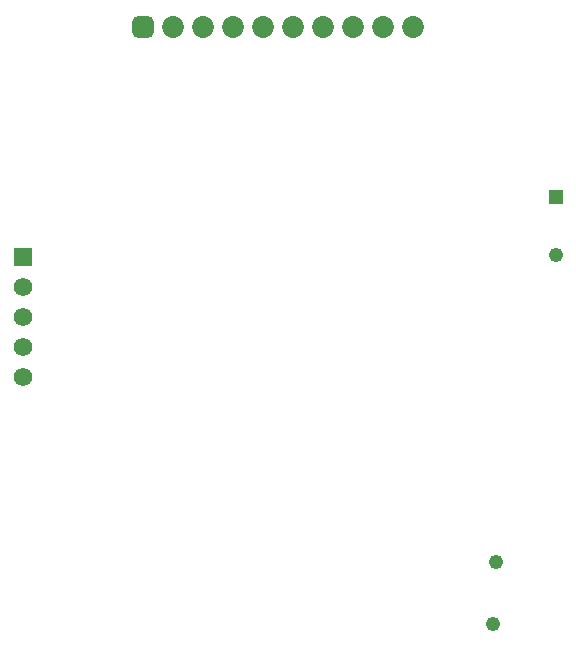
<source format=gbr>
G04*
G04 #@! TF.GenerationSoftware,Altium Limited,Altium Designer,24.0.1 (36)*
G04*
G04 Layer_Color=16711935*
%FSLAX25Y25*%
%MOIN*%
G70*
G04*
G04 #@! TF.SameCoordinates,852D5C1C-0582-447D-AFC5-A22B4F0E1159*
G04*
G04*
G04 #@! TF.FilePolarity,Negative*
G04*
G01*
G75*
%ADD49C,0.04800*%
%ADD50R,0.04800X0.04800*%
%ADD51C,0.06181*%
%ADD52R,0.06181X0.06181*%
%ADD53C,0.07296*%
G04:AMPARAMS|DCode=54|XSize=72.96mil|YSize=72.96mil|CornerRadius=20.24mil|HoleSize=0mil|Usage=FLASHONLY|Rotation=180.000|XOffset=0mil|YOffset=0mil|HoleType=Round|Shape=RoundedRectangle|*
%AMROUNDEDRECTD54*
21,1,0.07296,0.03248,0,0,180.0*
21,1,0.03248,0.07296,0,0,180.0*
1,1,0.04048,-0.01624,0.01624*
1,1,0.04048,0.01624,0.01624*
1,1,0.04048,0.01624,-0.01624*
1,1,0.04048,-0.01624,-0.01624*
%
%ADD54ROUNDEDRECTD54*%
D49*
X212500Y205787D02*
D03*
X191500Y82500D02*
D03*
X192500Y103184D02*
D03*
D50*
X212500Y225000D02*
D03*
D51*
X35000Y165000D02*
D03*
Y175000D02*
D03*
Y185000D02*
D03*
Y195000D02*
D03*
D52*
Y205000D02*
D03*
D53*
X125000Y281594D02*
D03*
X115000D02*
D03*
X105000D02*
D03*
X85000D02*
D03*
X95000D02*
D03*
X135000D02*
D03*
X145000D02*
D03*
X155000D02*
D03*
X165000D02*
D03*
D54*
X75000D02*
D03*
M02*

</source>
